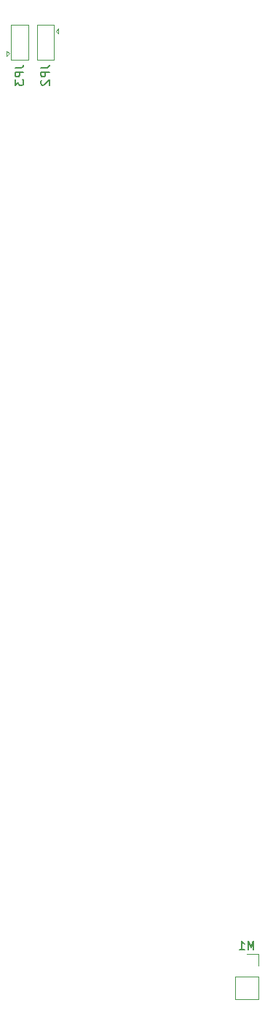
<source format=gbr>
%TF.GenerationSoftware,KiCad,Pcbnew,7.0.11+1*%
%TF.CreationDate,2024-04-25T18:59:41+00:00*%
%TF.ProjectId,OpenMowerMainboard,4f70656e-4d6f-4776-9572-4d61696e626f,rev?*%
%TF.SameCoordinates,Original*%
%TF.FileFunction,Legend,Bot*%
%TF.FilePolarity,Positive*%
%FSLAX46Y46*%
G04 Gerber Fmt 4.6, Leading zero omitted, Abs format (unit mm)*
G04 Created by KiCad (PCBNEW 7.0.11+1) date 2024-04-25 18:59:41*
%MOMM*%
%LPD*%
G01*
G04 APERTURE LIST*
%ADD10C,0.150000*%
%ADD11C,0.120000*%
G04 APERTURE END LIST*
D10*
X145054819Y-78766666D02*
X145769104Y-78766666D01*
X145769104Y-78766666D02*
X145911961Y-78719047D01*
X145911961Y-78719047D02*
X146007200Y-78623809D01*
X146007200Y-78623809D02*
X146054819Y-78480952D01*
X146054819Y-78480952D02*
X146054819Y-78385714D01*
X146054819Y-79242857D02*
X145054819Y-79242857D01*
X145054819Y-79242857D02*
X145054819Y-79623809D01*
X145054819Y-79623809D02*
X145102438Y-79719047D01*
X145102438Y-79719047D02*
X145150057Y-79766666D01*
X145150057Y-79766666D02*
X145245295Y-79814285D01*
X145245295Y-79814285D02*
X145388152Y-79814285D01*
X145388152Y-79814285D02*
X145483390Y-79766666D01*
X145483390Y-79766666D02*
X145531009Y-79719047D01*
X145531009Y-79719047D02*
X145578628Y-79623809D01*
X145578628Y-79623809D02*
X145578628Y-79242857D01*
X145054819Y-80147619D02*
X145054819Y-80766666D01*
X145054819Y-80766666D02*
X145435771Y-80433333D01*
X145435771Y-80433333D02*
X145435771Y-80576190D01*
X145435771Y-80576190D02*
X145483390Y-80671428D01*
X145483390Y-80671428D02*
X145531009Y-80719047D01*
X145531009Y-80719047D02*
X145626247Y-80766666D01*
X145626247Y-80766666D02*
X145864342Y-80766666D01*
X145864342Y-80766666D02*
X145959580Y-80719047D01*
X145959580Y-80719047D02*
X146007200Y-80671428D01*
X146007200Y-80671428D02*
X146054819Y-80576190D01*
X146054819Y-80576190D02*
X146054819Y-80290476D01*
X146054819Y-80290476D02*
X146007200Y-80195238D01*
X146007200Y-80195238D02*
X145959580Y-80147619D01*
X172809523Y-181124819D02*
X172809523Y-180124819D01*
X172809523Y-180124819D02*
X172476190Y-180839104D01*
X172476190Y-180839104D02*
X172142857Y-180124819D01*
X172142857Y-180124819D02*
X172142857Y-181124819D01*
X171142857Y-181124819D02*
X171714285Y-181124819D01*
X171428571Y-181124819D02*
X171428571Y-180124819D01*
X171428571Y-180124819D02*
X171523809Y-180267676D01*
X171523809Y-180267676D02*
X171619047Y-180362914D01*
X171619047Y-180362914D02*
X171714285Y-180410533D01*
X148054819Y-78766666D02*
X148769104Y-78766666D01*
X148769104Y-78766666D02*
X148911961Y-78719047D01*
X148911961Y-78719047D02*
X149007200Y-78623809D01*
X149007200Y-78623809D02*
X149054819Y-78480952D01*
X149054819Y-78480952D02*
X149054819Y-78385714D01*
X149054819Y-79242857D02*
X148054819Y-79242857D01*
X148054819Y-79242857D02*
X148054819Y-79623809D01*
X148054819Y-79623809D02*
X148102438Y-79719047D01*
X148102438Y-79719047D02*
X148150057Y-79766666D01*
X148150057Y-79766666D02*
X148245295Y-79814285D01*
X148245295Y-79814285D02*
X148388152Y-79814285D01*
X148388152Y-79814285D02*
X148483390Y-79766666D01*
X148483390Y-79766666D02*
X148531009Y-79719047D01*
X148531009Y-79719047D02*
X148578628Y-79623809D01*
X148578628Y-79623809D02*
X148578628Y-79242857D01*
X148150057Y-80195238D02*
X148102438Y-80242857D01*
X148102438Y-80242857D02*
X148054819Y-80338095D01*
X148054819Y-80338095D02*
X148054819Y-80576190D01*
X148054819Y-80576190D02*
X148102438Y-80671428D01*
X148102438Y-80671428D02*
X148150057Y-80719047D01*
X148150057Y-80719047D02*
X148245295Y-80766666D01*
X148245295Y-80766666D02*
X148340533Y-80766666D01*
X148340533Y-80766666D02*
X148483390Y-80719047D01*
X148483390Y-80719047D02*
X149054819Y-80147619D01*
X149054819Y-80147619D02*
X149054819Y-80766666D01*
D11*
%TO.C,JP3*%
X144600000Y-77850000D02*
X146600000Y-77850000D01*
X146600000Y-77850000D02*
X146600000Y-73750000D01*
X144100000Y-77400000D02*
X144100000Y-76800000D01*
X144400000Y-77100000D02*
X144100000Y-77400000D01*
X144400000Y-77100000D02*
X144100000Y-76800000D01*
X144600000Y-73750000D02*
X144600000Y-77850000D01*
X146600000Y-73750000D02*
X144600000Y-73750000D01*
%TO.C,M1*%
X173330000Y-186870000D02*
X170670000Y-186870000D01*
X173330000Y-184270000D02*
X173330000Y-186870000D01*
X173330000Y-184270000D02*
X170670000Y-184270000D01*
X173330000Y-183000000D02*
X173330000Y-181670000D01*
X173330000Y-181670000D02*
X172000000Y-181670000D01*
X170670000Y-184270000D02*
X170670000Y-186870000D01*
%TO.C,JP2*%
X149600000Y-73750000D02*
X147600000Y-73750000D01*
X147600000Y-73750000D02*
X147600000Y-77850000D01*
X150100000Y-74200000D02*
X150100000Y-74800000D01*
X149800000Y-74500000D02*
X150100000Y-74200000D01*
X149800000Y-74500000D02*
X150100000Y-74800000D01*
X149600000Y-77850000D02*
X149600000Y-73750000D01*
X147600000Y-77850000D02*
X149600000Y-77850000D01*
%TD*%
M02*

</source>
